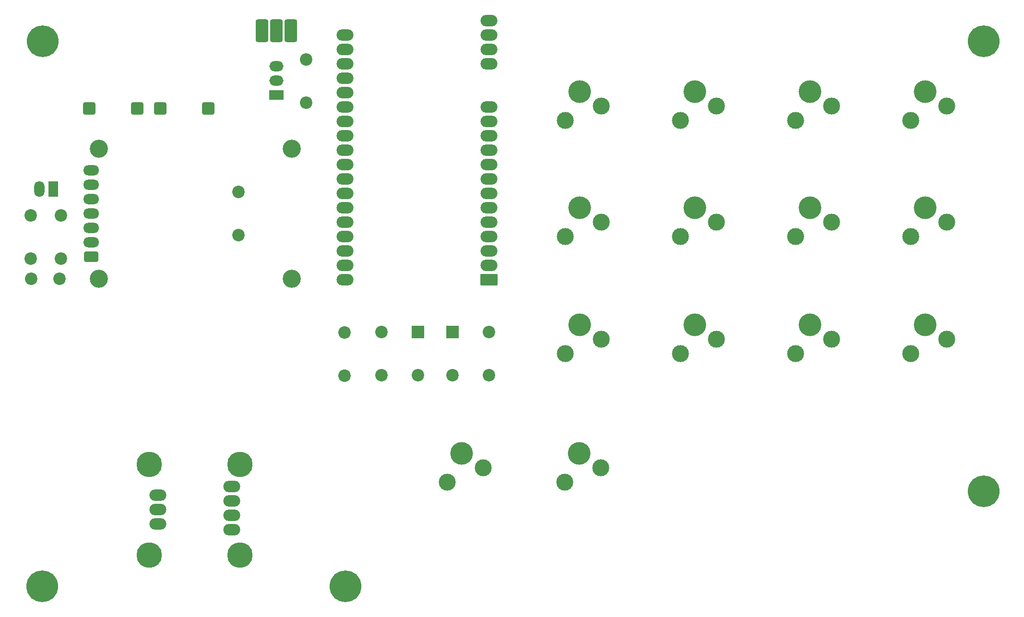
<source format=gbr>
%TF.GenerationSoftware,KiCad,Pcbnew,9.0.0*%
%TF.CreationDate,2025-06-20T14:44:33+02:00*%
%TF.ProjectId,MacroDecKnob,4d616372-6f44-4656-934b-6e6f622e6b69,rev?*%
%TF.SameCoordinates,Original*%
%TF.FileFunction,Soldermask,Top*%
%TF.FilePolarity,Negative*%
%FSLAX46Y46*%
G04 Gerber Fmt 4.6, Leading zero omitted, Abs format (unit mm)*
G04 Created by KiCad (PCBNEW 9.0.0) date 2025-06-20 14:44:33*
%MOMM*%
%LPD*%
G01*
G04 APERTURE LIST*
G04 Aperture macros list*
%AMRoundRect*
0 Rectangle with rounded corners*
0 $1 Rounding radius*
0 $2 $3 $4 $5 $6 $7 $8 $9 X,Y pos of 4 corners*
0 Add a 4 corners polygon primitive as box body*
4,1,4,$2,$3,$4,$5,$6,$7,$8,$9,$2,$3,0*
0 Add four circle primitives for the rounded corners*
1,1,$1+$1,$2,$3*
1,1,$1+$1,$4,$5*
1,1,$1+$1,$6,$7*
1,1,$1+$1,$8,$9*
0 Add four rect primitives between the rounded corners*
20,1,$1+$1,$2,$3,$4,$5,0*
20,1,$1+$1,$4,$5,$6,$7,0*
20,1,$1+$1,$6,$7,$8,$9,0*
20,1,$1+$1,$8,$9,$2,$3,0*%
G04 Aperture macros list end*
%ADD10C,2.200000*%
%ADD11C,4.000000*%
%ADD12C,3.000000*%
%ADD13R,2.500000X1.800000*%
%ADD14O,2.500000X1.800000*%
%ADD15RoundRect,0.102000X1.400000X0.900000X-1.400000X0.900000X-1.400000X-0.900000X1.400000X-0.900000X0*%
%ADD16O,3.004000X2.004000*%
%ADD17C,3.200000*%
%ADD18RoundRect,0.264706X0.985294X-0.635294X0.985294X0.635294X-0.985294X0.635294X-0.985294X-0.635294X0*%
%ADD19O,2.800000X1.800000*%
%ADD20R,1.800000X2.800000*%
%ADD21O,1.800000X2.800000*%
%ADD22C,4.500000*%
%ADD23R,2.200000X2.200000*%
%ADD24RoundRect,0.330000X0.770000X0.770000X-0.770000X0.770000X-0.770000X-0.770000X0.770000X-0.770000X0*%
%ADD25C,5.600000*%
%ADD26RoundRect,0.343750X-0.756250X-1.656250X0.756250X-1.656250X0.756250X1.656250X-0.756250X1.656250X0*%
G04 APERTURE END LIST*
D10*
%TO.C,R4*%
X120548400Y-91440000D03*
X120548400Y-99060000D03*
%TD*%
D11*
%TO.C,SW2*%
X175801867Y-49010000D03*
D12*
X173261867Y-54090000D03*
X179611867Y-51550000D03*
%TD*%
D13*
%TO.C,J7*%
X101967600Y-49653800D03*
D14*
X101967600Y-47113800D03*
X101967600Y-44573800D03*
%TD*%
D11*
%TO.C,SW8*%
X216408000Y-69494400D03*
D12*
X213868000Y-74574400D03*
X220218000Y-72034400D03*
%TD*%
D15*
%TO.C,U1*%
X139446000Y-82169000D03*
D16*
X139446000Y-79629000D03*
X139446000Y-77089000D03*
X139446000Y-74549000D03*
X139446000Y-72009000D03*
X139446000Y-69469000D03*
X139446000Y-66929000D03*
X139446000Y-64389000D03*
X139446000Y-61849000D03*
X139446000Y-59309000D03*
X139446000Y-56769000D03*
X139446000Y-54229000D03*
X139446000Y-51689000D03*
X139446000Y-44069000D03*
X139446000Y-41529000D03*
X139446000Y-38989000D03*
X139446000Y-36449000D03*
X114046000Y-82169000D03*
X114046000Y-79629000D03*
X114046000Y-77089000D03*
X114046000Y-74549000D03*
X114046000Y-72009000D03*
X114046000Y-69469000D03*
X114046000Y-66929000D03*
X114046000Y-64389000D03*
X114046000Y-61849000D03*
X114046000Y-59309000D03*
X114046000Y-56769000D03*
X114046000Y-54229000D03*
X114046000Y-51689000D03*
X114046000Y-49149000D03*
X114046000Y-46609000D03*
X114046000Y-44069000D03*
X114046000Y-41529000D03*
X114046000Y-38989000D03*
%TD*%
D17*
%TO.C,Display1*%
X70670800Y-82016200D03*
X104690800Y-82016200D03*
X70670800Y-59106200D03*
X104690800Y-59106200D03*
D18*
X69265800Y-78181200D03*
D19*
X69265800Y-75641200D03*
X69265800Y-73101200D03*
X69265800Y-70561200D03*
X69265800Y-68021200D03*
X69265800Y-65481200D03*
X69265800Y-62941200D03*
%TD*%
D11*
%TO.C,SW10*%
X175801867Y-90170000D03*
D12*
X173261867Y-95250000D03*
X179611867Y-92710000D03*
%TD*%
D10*
%TO.C,R3*%
X113995200Y-91490800D03*
X113995200Y-99110800D03*
%TD*%
D20*
%TO.C,J1*%
X62629413Y-66245202D03*
D21*
X60129413Y-66245202D03*
%TD*%
D22*
%TO.C,MD1*%
X79575000Y-114775000D03*
X79575000Y-130775000D03*
X95575000Y-114775000D03*
X95575000Y-130775000D03*
D16*
X81075000Y-120235000D03*
X81075000Y-122775000D03*
X81075000Y-125315000D03*
X94077400Y-126280200D03*
X94077400Y-123740200D03*
X94077400Y-121200200D03*
X94077400Y-118660200D03*
%TD*%
D11*
%TO.C,SW5*%
X155498800Y-69494400D03*
D12*
X152958800Y-74574400D03*
X159308800Y-72034400D03*
%TD*%
D11*
%TO.C,SW14*%
X134616000Y-112826800D03*
D12*
X132076000Y-117906800D03*
X138426000Y-115366800D03*
%TD*%
D11*
%TO.C,SW7*%
X196104933Y-69494400D03*
D12*
X193564933Y-74574400D03*
X199914933Y-72034400D03*
%TD*%
D23*
%TO.C,D2*%
X126919800Y-91440000D03*
D10*
X126919800Y-99060000D03*
%TD*%
D11*
%TO.C,SW12*%
X216408000Y-90170000D03*
D12*
X213868000Y-95250000D03*
X220218000Y-92710000D03*
%TD*%
D24*
%TO.C,U2*%
X89951200Y-51996000D03*
X81451200Y-51996000D03*
X77451200Y-51996000D03*
X68951200Y-51996000D03*
%TD*%
D11*
%TO.C,SW13*%
X155397200Y-112826800D03*
D12*
X152857200Y-117906800D03*
X159207200Y-115366800D03*
%TD*%
D10*
%TO.C,R5*%
X107200000Y-43380000D03*
X107200000Y-51000000D03*
%TD*%
D11*
%TO.C,SW1*%
X155498800Y-49022000D03*
D12*
X152958800Y-54102000D03*
X159308800Y-51562000D03*
%TD*%
D10*
%TO.C,C1*%
X58727013Y-82018602D03*
X63727013Y-82018602D03*
%TD*%
D11*
%TO.C,SW3*%
X196104933Y-49010000D03*
D12*
X193564933Y-54090000D03*
X199914933Y-51550000D03*
%TD*%
D11*
%TO.C,SW4*%
X216408000Y-49010000D03*
D12*
X213868000Y-54090000D03*
X220218000Y-51550000D03*
%TD*%
D25*
%TO.C,J4*%
X60688549Y-136336458D03*
%TD*%
D11*
%TO.C,SW9*%
X155498800Y-90170000D03*
D12*
X152958800Y-95250000D03*
X159308800Y-92710000D03*
%TD*%
D11*
%TO.C,SW11*%
X196104933Y-90170000D03*
D12*
X193564933Y-95250000D03*
X199914933Y-92710000D03*
%TD*%
D11*
%TO.C,SW6*%
X175801867Y-69494400D03*
D12*
X173261867Y-74574400D03*
X179611867Y-72034400D03*
%TD*%
D10*
%TO.C,R2*%
X139446000Y-91440000D03*
X139446000Y-99060000D03*
%TD*%
D26*
%TO.C,SW15*%
X101955600Y-38227000D03*
X99415600Y-38227000D03*
X104495600Y-38227000D03*
%TD*%
D23*
%TO.C,D1*%
X133032500Y-91440000D03*
D10*
X133032500Y-99060000D03*
%TD*%
D25*
%TO.C,J3*%
X114199000Y-136315010D03*
%TD*%
%TO.C,J5*%
X226797010Y-40160535D03*
%TD*%
%TO.C,J2*%
X226730007Y-119542000D03*
%TD*%
D10*
%TO.C,R7*%
X63942113Y-78510702D03*
X63942113Y-70890702D03*
%TD*%
%TO.C,R1*%
X95250000Y-74371200D03*
X95250000Y-66751200D03*
%TD*%
D25*
%TO.C,J6*%
X60705993Y-40131987D03*
%TD*%
D10*
%TO.C,R6*%
X58608113Y-70890702D03*
X58608113Y-78510702D03*
%TD*%
M02*

</source>
